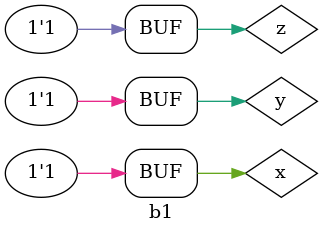
<source format=v>
module fxyz (output s,
input x, y, z);
assign s = ~z & ~(~x|~y); //( x'+y' )' . z'
endmodule // fxyz

module b1;
reg x, y, z;
wire s;
// instancias
fxyz FXY (s, x, y, z);
// valores iniciais
initial begin: start
x=1'bx; y=1'bx; z=1'bx;// indefinidos
end
// parte principal
initial begin: main
// identificacao
$display("Test boolean expression");
$display("\n s = ( x'+y' )' . z'\n");
// monitoramento
$display(" x  y  z =  resposta ");
$monitor("%2b %2b %2b =  %2b", x, y, z, s);
// sinalizacao
#1 x=0; y=0; z=0;
#1 x=0; y=0; z=1;
#1 x=0; y=1; z=0;
#1 x=0; y=1; z=1;
#1 x=1; y=0; z=0;
#1 x=1; y=0; z=1;
#1 x=1; y=1; z=0;
#1 x=1; y=1; z=1;
end
endmodule // test_module
</source>
